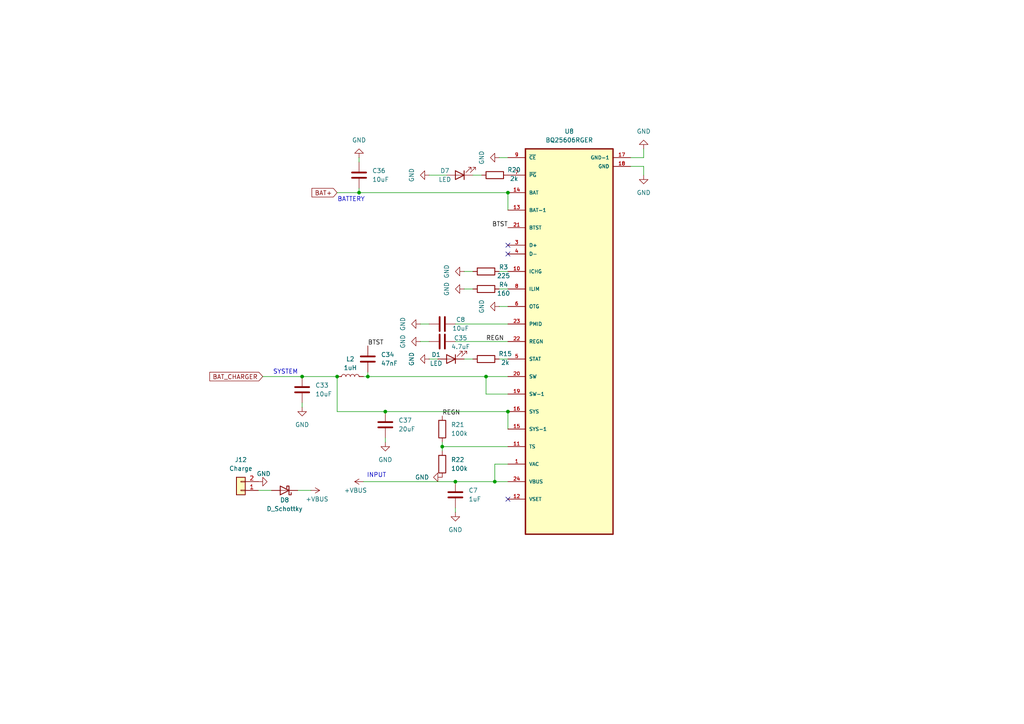
<source format=kicad_sch>
(kicad_sch (version 20250114) (generator "eeschema") (generator_version "9.0")
  (paper "A4")
  (lib_symbols
    (symbol "Connector_Generic:Conn_01x02" (pin_names (offset 1.016) (hide yes))
      (property "Reference" "J" (at 0 2.54 0))
      (property "Value" "Conn_01x02" (at 0 -5.08 0))
      (symbol "Conn_01x02_1_1"
        (rectangle (start -1.27 1.27) (end 1.27 -3.81) (stroke (width 0.254)) (fill (type background)))
        (rectangle (start -1.27 0.127) (end 0 -0.127) (stroke (width 0.1524)))
        (rectangle (start -1.27 -2.413) (end 0 -2.667) (stroke (width 0.1524)))
        (pin passive line (at -5.08 0 0) (length 3.81) (name "Pin_1") (number "1"))
        (pin passive line (at -5.08 -2.54 0) (length 3.81) (name "Pin_2") (number "2"))
      )
    )
    (symbol "Device:C" (pin_numbers (hide yes)) (pin_names (offset 0.254))
      (property "Reference" "C" (at 0.635 2.54 0))
      (property "Value" "C" (at 0.635 -2.54 0))
      (symbol "C_0_1"
        (polyline (pts (xy -2.032 0.762) (xy 2.032 0.762)) (stroke (width 0.508)))
        (polyline (pts (xy -2.032 -0.762) (xy 2.032 -0.762)) (stroke (width 0.508)))
      )
      (symbol "C_1_1"
        (pin passive line (at 0 3.81 270) (length 2.794) (name "~") (number "1"))
        (pin passive line (at 0 -3.81 90) (length 2.794) (name "~") (number "2"))
      )
    )
    (symbol "Device:D_Schottky" (pin_numbers (hide yes)) (pin_names (offset 1.016) (hide yes))
      (property "Reference" "D" (at 0 2.54 0))
      (property "Value" "D_Schottky" (at 0 -2.54 0))
      (symbol "D_Schottky_0_1"
        (polyline (pts (xy -1.905 0.635) (xy -1.905 1.27) (xy -1.27 1.27) (xy -1.27 -1.27) (xy -0.635 -1.27) (xy -0.635 -0.635)) (stroke (width 0.254)))
        (polyline (pts (xy 1.27 1.27) (xy 1.27 -1.27) (xy -1.27 0) (xy 1.27 1.27)) (stroke (width 0.254)))
        (polyline (pts (xy 1.27 0) (xy -1.27 0)))
      )
      (symbol "D_Schottky_1_1"
        (pin passive line (at -3.81 0 0) (length 2.54) (name "K") (number "1"))
        (pin passive line (at 3.81 0 180) (length 2.54) (name "A") (number "2"))
      )
    )
    (symbol "Device:L" (pin_numbers (hide yes)) (pin_names (offset 1.016) (hide yes))
      (property "Reference" "L" (at -1.27 0 90))
      (property "Value" "L" (at 1.905 0 90))
      (symbol "L_0_1"
        (arc (start 0 2.54) (mid 0.6323 1.905) (end 0 1.27))
        (arc (start 0 1.27) (mid 0.6323 0.635) (end 0 0))
        (arc (start 0 0) (mid 0.6323 -0.635) (end 0 -1.27))
        (arc (start 0 -1.27) (mid 0.6323 -1.905) (end 0 -2.54))
      )
      (symbol "L_1_1"
        (pin passive line (at 0 3.81 270) (length 1.27) (name "1") (number "1"))
        (pin passive line (at 0 -3.81 90) (length 1.27) (name "2") (number "2"))
      )
    )
    (symbol "Device:LED" (pin_numbers (hide yes)) (pin_names (offset 1.016) (hide yes))
      (property "Reference" "D" (at 0 2.54 0))
      (property "Value" "LED" (at 0 -2.54 0))
      (symbol "LED_0_1"
        (polyline (pts (xy -3.048 -0.762) (xy -4.572 -2.286) (xy -3.81 -2.286) (xy -4.572 -2.286) (xy -4.572 -1.524)))
        (polyline (pts (xy -1.778 -0.762) (xy -3.302 -2.286) (xy -2.54 -2.286) (xy -3.302 -2.286) (xy -3.302 -1.524)))
        (polyline (pts (xy -1.27 0) (xy 1.27 0)))
        (polyline (pts (xy -1.27 -1.27) (xy -1.27 1.27)) (stroke (width 0.254)))
        (polyline (pts (xy 1.27 -1.27) (xy 1.27 1.27) (xy -1.27 0) (xy 1.27 -1.27)) (stroke (width 0.254)))
      )
      (symbol "LED_1_1"
        (pin passive line (at -3.81 0 0) (length 2.54) (name "K") (number "1"))
        (pin passive line (at 3.81 0 180) (length 2.54) (name "A") (number "2"))
      )
    )
    (symbol "Device:R" (pin_numbers (hide yes)) (pin_names (offset 0))
      (property "Reference" "R" (at 2.032 0 90))
      (property "Value" "R" (at 0 0 90))
      (symbol "R_0_1"
        (rectangle (start -1.016 -2.54) (end 1.016 2.54) (stroke (width 0.254)))
      )
      (symbol "R_1_1"
        (pin passive line (at 0 3.81 270) (length 1.27) (name "~") (number "1"))
        (pin passive line (at 0 -3.81 90) (length 1.27) (name "~") (number "2"))
      )
    )
    (symbol "SRAD-Avionics:BQ25606RGER" (pin_names (offset 1.016))
      (property "Reference" "U" (at -12.7 56.88 0))
      (property "Value" "BQ25606RGER" (at -12.7 -59.88 0))
      (symbol "BQ25606RGER_0_0"
        (rectangle (start -12.7 -55.88) (end 12.7 55.88) (stroke (width 0.41)) (fill (type background)))
        (pin bidirectional line (at -17.78 53.34 0) (length 5.08) (name "~{CE}") (number "9"))
        (pin bidirectional line (at -17.78 48.26 0) (length 5.08) (name "~{PG}") (number "7"))
        (pin bidirectional line (at -17.78 43.18 0) (length 5.08) (name "BAT") (number "14"))
        (pin bidirectional line (at -17.78 38.1 0) (length 5.08) (name "BAT-1") (number "13"))
        (pin bidirectional line (at -17.78 33.02 0) (length 5.08) (name "BTST") (number "21"))
        (pin bidirectional line (at -17.78 27.94 0) (length 5.08) (name "D+") (number "3"))
        (pin bidirectional line (at -17.78 25.4 0) (length 5.08) (name "D-") (number "4"))
        (pin bidirectional line (at -17.78 20.32 0) (length 5.08) (name "ICHG") (number "10"))
        (pin bidirectional line (at -17.78 15.24 0) (length 5.08) (name "ILIM") (number "8"))
        (pin bidirectional line (at -17.78 10.16 0) (length 5.08) (name "OTG") (number "6"))
        (pin bidirectional line (at -17.78 5.08 0) (length 5.08) (name "PMID") (number "23"))
        (pin bidirectional line (at -17.78 0 0) (length 5.08) (name "REGN") (number "22"))
        (pin bidirectional line (at -17.78 -5.08 0) (length 5.08) (name "STAT") (number "5"))
        (pin bidirectional line (at -17.78 -10.16 0) (length 5.08) (name "SW") (number "20"))
        (pin bidirectional line (at -17.78 -15.24 0) (length 5.08) (name "SW-1") (number "19"))
        (pin bidirectional line (at -17.78 -20.32 0) (length 5.08) (name "SYS") (number "16"))
        (pin bidirectional line (at -17.78 -25.4 0) (length 5.08) (name "SYS-1") (number "15"))
        (pin bidirectional line (at -17.78 -30.48 0) (length 5.08) (name "TS") (number "11"))
        (pin bidirectional line (at -17.78 -35.56 0) (length 5.08) (name "VAC") (number "1"))
        (pin bidirectional line (at -17.78 -40.64 0) (length 5.08) (name "VBUS") (number "24"))
        (pin bidirectional line (at -17.78 -45.72 0) (length 5.08) (name "VSET") (number "12"))
        (pin power_in line (at 17.78 53.34 180) (length 5.08) (name "GND-1") (number "17"))
        (pin power_in line (at 17.78 50.8 180) (length 5.08) (name "GND") (number "18"))
      )
    )
    (symbol "power:+5V" (power) (pin_numbers (hide yes)) (pin_names (offset 0) (hide yes))
      (property "Value" "+5V" (at 0 3.556 0))
      (symbol "+5V_0_1"
        (polyline (pts (xy -0.762 1.27) (xy 0 2.54)))
        (polyline (pts (xy 0 2.54) (xy 0.762 1.27)))
        (polyline (pts (xy 0 0) (xy 0 2.54)))
      )
      (symbol "+5V_1_1"
        (pin power_in line (at 0 0 90) (length 0) (name "~") (number "1"))
      )
    )
    (symbol "power:GND" (power) (pin_numbers (hide yes)) (pin_names (offset 0) (hide yes))
      (property "Value" "GND" (at 0 -3.81 0))
      (symbol "GND_0_1"
        (polyline (pts (xy 0 0) (xy 0 -1.27) (xy 1.27 -1.27) (xy 0 -2.54) (xy -1.27 -1.27) (xy 0 -1.27)))
      )
      (symbol "GND_1_1"
        (pin power_in line (at 0 0 270) (length 0) (name "~") (number "1"))
      )
    )
  )
  (text "INPUT" (at 109.22 137.922 0) (effects (font (size 1.27 1.27))))
  (text "SYSTEM" (at 82.804 107.95 0) (effects (font (size 1.27 1.27))))
  (text "BATTERY" (at 101.854 57.912 0) (effects (font (size 1.27 1.27))))
  (junction (at 147.32 119.38))
  (junction (at 104.14 55.88))
  (junction (at 128.27 129.54))
  (junction (at 87.63 109.22))
  (junction (at 140.97 109.22))
  (junction (at 97.79 109.22))
  (junction (at 143.51 139.7))
  (junction (at 132.08 139.7))
  (junction (at 106.68 109.22))
  (junction (at 147.32 55.88))
  (junction (at 111.76 119.38))
  (no_connect (at 147.32 144.78))
  (no_connect (at 147.32 73.66))
  (no_connect (at 147.32 71.12))
  (wire (pts (xy 140.97 109.22) (xy 147.32 109.22)))
  (wire (pts (xy 104.14 54.61) (xy 104.14 55.88)))
  (wire (pts (xy 143.51 139.7) (xy 147.32 139.7)))
  (wire (pts (xy 140.97 114.3) (xy 140.97 109.22)))
  (wire (pts (xy 104.14 55.88) (xy 147.32 55.88)))
  (wire (pts (xy 121.92 99.06) (xy 124.46 99.06)))
  (wire (pts (xy 121.92 93.98) (xy 124.46 93.98)))
  (wire (pts (xy 144.78 45.72) (xy 147.32 45.72)))
  (wire (pts (xy 132.08 99.06) (xy 147.32 99.06)))
  (wire (pts (xy 124.46 104.14) (xy 127 104.14)))
  (wire (pts (xy 147.32 60.96) (xy 147.32 55.88)))
  (wire (pts (xy 76.2 109.22) (xy 87.63 109.22)))
  (wire (pts (xy 111.76 128.27) (xy 111.76 127)))
  (wire (pts (xy 87.63 109.22) (xy 97.79 109.22)))
  (wire (pts (xy 86.36 142.24) (xy 90.17 142.24)))
  (wire (pts (xy 143.51 134.62) (xy 143.51 139.7)))
  (wire (pts (xy 144.78 104.14) (xy 147.32 104.14)))
  (wire (pts (xy 106.68 109.22) (xy 140.97 109.22)))
  (wire (pts (xy 132.08 139.7) (xy 143.51 139.7)))
  (wire (pts (xy 104.14 45.72) (xy 104.14 46.99)))
  (wire (pts (xy 106.68 107.95) (xy 106.68 109.22)))
  (wire (pts (xy 97.79 119.38) (xy 97.79 109.22)))
  (wire (pts (xy 147.32 134.62) (xy 143.51 134.62)))
  (wire (pts (xy 105.41 139.7) (xy 132.08 139.7)))
  (wire (pts (xy 134.62 104.14) (xy 137.16 104.14)))
  (wire (pts (xy 74.93 142.24) (xy 78.74 142.24)))
  (wire (pts (xy 132.08 93.98) (xy 147.32 93.98)))
  (wire (pts (xy 97.79 55.88) (xy 104.14 55.88)))
  (wire (pts (xy 186.69 48.26) (xy 186.69 50.8)))
  (wire (pts (xy 97.79 119.38) (xy 111.76 119.38)))
  (wire (pts (xy 128.27 129.54) (xy 128.27 128.27)))
  (wire (pts (xy 182.88 45.72) (xy 186.69 45.72)))
  (wire (pts (xy 134.62 83.82) (xy 137.16 83.82)))
  (wire (pts (xy 186.69 45.72) (xy 186.69 43.18)))
  (wire (pts (xy 144.78 88.9) (xy 147.32 88.9)))
  (wire (pts (xy 128.27 129.54) (xy 147.32 129.54)))
  (wire (pts (xy 87.63 118.11) (xy 87.63 116.84)))
  (wire (pts (xy 182.88 48.26) (xy 186.69 48.26)))
  (wire (pts (xy 124.46 50.8) (xy 129.54 50.8)))
  (wire (pts (xy 137.16 50.8) (xy 139.7 50.8)))
  (wire (pts (xy 147.32 119.38) (xy 147.32 124.46)))
  (wire (pts (xy 144.78 78.74) (xy 147.32 78.74)))
  (wire (pts (xy 144.78 83.82) (xy 147.32 83.82)))
  (wire (pts (xy 111.76 119.38) (xy 147.32 119.38)))
  (wire (pts (xy 134.62 78.74) (xy 137.16 78.74)))
  (wire (pts (xy 132.08 148.59) (xy 132.08 147.32)))
  (wire (pts (xy 105.41 109.22) (xy 106.68 109.22)))
  (wire (pts (xy 147.32 114.3) (xy 140.97 114.3)))
  (wire (pts (xy 128.27 130.81) (xy 128.27 129.54)))
  (label "BTST" (at 106.68 100.33 0))
  (label "REGN" (at 140.97 99.06 0))
  (label "BTST" (at 147.32 66.04 180))
  (label "REGN" (at 128.27 120.65 0))
  (global_label "BAT_CHARGER" (shape input) (at 76.2 109.22 180) (property "Intersheetrefs" "${INTERSHEET_REFS}" (effects (hide yes))))
  (global_label "BAT+" (shape input) (at 97.79 55.88 180) (property "Intersheetrefs" "${INTERSHEET_REFS}" (effects (hide yes))))
  (symbol (lib_id "Device:R") (at 128.27 124.46 0) (unit 1)
    (property "Reference" "R21" (at 130.81 123.1899 0) (effects (justify left)))
    (property "Value" "100k" (at 130.81 125.7299 0) (effects (justify left)))
    (property "Description" "Resistor" (effects (hide yes)))
  )
  (symbol (lib_id "power:GND") (at 134.62 83.82 270) (unit 1)
    (property "Reference" "#PWR065" (effects (hide yes)))
    (property "Value" "GND" (at 129.54 83.82 0))
    (property "Description" "Power symbol creates a global label with name \"GND\" , ground" (effects (hide yes)))
  )
  (symbol (lib_id "Device:D_Schottky") (at 82.55 142.24 180) (unit 1)
    (property "Reference" "D8" (at 82.55 145.034 0))
    (property "Value" "D_Schottky" (at 82.55 147.574 0))
    (property "Description" "Schottky diode" (effects (hide yes)))
  )
  (symbol (lib_id "power:GND") (at 121.92 99.06 270) (unit 1)
    (property "Reference" "#PWR090" (effects (hide yes)))
    (property "Value" "GND" (at 116.84 99.06 0))
    (property "Description" "Power symbol creates a global label with name \"GND\" , ground" (effects (hide yes)))
  )
  (symbol (lib_id "Device:R") (at 140.97 104.14 270) (unit 1)
    (property "Reference" "R15" (at 146.558 102.616 90))
    (property "Value" "2k" (at 146.558 105.156 90))
    (property "Description" "Resistor" (effects (hide yes)))
  )
  (symbol (lib_id "power:GND") (at 144.78 88.9 270) (unit 1)
    (property "Reference" "#PWR066" (effects (hide yes)))
    (property "Value" "GND" (at 139.7 88.9 0))
    (property "Description" "Power symbol creates a global label with name \"GND\" , ground" (effects (hide yes)))
  )
  (symbol (lib_id "power:+5V") (at 90.17 142.24 270) (unit 1)
    (property "Reference" "#PWR0103" (effects (hide yes)))
    (property "Value" "+VBUS" (at 91.948 144.78 90))
    (property "Description" "Power symbol creates a global label with name \"+5V\"" (effects (hide yes)))
  )
  (symbol (lib_id "SRAD-Avionics:BQ25606RGER") (at 165.1 99.06 0) (unit 1)
    (property "Reference" "U8" (at 165.1 38.1 0))
    (property "Value" "BQ25606RGER" (at 165.1 40.64 0))
    (property "Footprint" "BQ25606RGER:QFN50P400X400X100-25N" (effects (hide yes)))
  )
  (symbol (lib_id "power:GND") (at 144.78 45.72 270) (unit 1)
    (property "Reference" "#PWR064" (effects (hide yes)))
    (property "Value" "GND" (at 139.7 45.72 0))
    (property "Description" "Power symbol creates a global label with name \"GND\" , ground" (effects (hide yes)))
  )
  (symbol (lib_id "Device:R") (at 140.97 83.82 90) (unit 1)
    (property "Reference" "R4" (at 146.05 82.55 90))
    (property "Value" "160" (at 146.05 85.09 90))
    (property "Description" "Resistor" (effects (hide yes)))
  )
  (symbol (lib_id "power:GND") (at 128.27 138.43 270) (unit 1)
    (property "Reference" "#PWR0102" (effects (hide yes)))
    (property "Value" "GND" (at 124.46 138.4299 90) (effects (justify right)))
    (property "Description" "Power symbol creates a global label with name \"GND\" , ground" (effects (hide yes)))
  )
  (symbol (lib_id "power:GND") (at 134.62 78.74 270) (unit 1)
    (property "Reference" "#PWR015" (effects (hide yes)))
    (property "Value" "GND" (at 129.54 78.74 0))
    (property "Description" "Power symbol creates a global label with name \"GND\" , ground" (effects (hide yes)))
  )
  (symbol (lib_id "Device:LED") (at 130.81 104.14 180) (unit 1)
    (property "Reference" "D1" (at 126.492 102.87 0))
    (property "Value" "LED" (at 126.492 105.41 0))
    (property "Description" "Light emitting diode" (effects (hide yes)))
    (property "Sim.Pins" "1=K 2=A" (effects (hide yes)))
  )
  (symbol (lib_id "power:GND") (at 132.08 148.59 0) (unit 1)
    (property "Reference" "#PWR071" (effects (hide yes)))
    (property "Value" "GND" (at 132.08 153.67 0))
    (property "Description" "Power symbol creates a global label with name \"GND\" , ground" (effects (hide yes)))
  )
  (symbol (lib_id "power:GND") (at 111.76 128.27 0) (unit 1)
    (property "Reference" "#PWR070" (effects (hide yes)))
    (property "Value" "GND" (at 111.76 133.35 0))
    (property "Description" "Power symbol creates a global label with name \"GND\" , ground" (effects (hide yes)))
  )
  (symbol (lib_id "Device:LED") (at 133.35 50.8 180) (unit 1)
    (property "Reference" "D7" (at 129.032 49.53 0))
    (property "Value" "LED" (at 129.032 52.07 0))
    (property "Description" "Light emitting diode" (effects (hide yes)))
    (property "Sim.Pins" "1=K 2=A" (effects (hide yes)))
  )
  (symbol (lib_id "power:GND") (at 186.69 43.18 180) (unit 1)
    (property "Reference" "#PWR068" (effects (hide yes)))
    (property "Value" "GND" (at 186.69 38.1 0))
    (property "Description" "Power symbol creates a global label with name \"GND\" , ground" (effects (hide yes)))
  )
  (symbol (lib_id "Device:C") (at 128.27 99.06 270) (unit 1)
    (property "Reference" "C35" (at 133.604 98.044 90))
    (property "Value" "4.7uF" (at 133.604 100.584 90))
    (property "Description" "Unpolarized capacitor" (effects (hide yes)))
  )
  (symbol (lib_id "Device:C") (at 132.08 143.51 0) (unit 1)
    (property "Reference" "C7" (at 135.89 142.2399 0) (effects (justify left)))
    (property "Value" "1uF" (at 135.89 144.7799 0) (effects (justify left)))
    (property "Description" "Unpolarized capacitor" (effects (hide yes)))
  )
  (symbol (lib_id "power:GND") (at 124.46 104.14 270) (unit 1)
    (property "Reference" "#PWR069" (effects (hide yes)))
    (property "Value" "GND" (at 119.38 104.14 0))
    (property "Description" "Power symbol creates a global label with name \"GND\" , ground" (effects (hide yes)))
  )
  (symbol (lib_id "power:GND") (at 74.93 139.7 90) (unit 1)
    (property "Reference" "#PWR0104" (effects (hide yes)))
    (property "Value" "GND" (at 74.422 137.414 90) (effects (justify right)))
    (property "Description" "Power symbol creates a global label with name \"GND\" , ground" (effects (hide yes)))
  )
  (symbol (lib_id "Device:R") (at 143.51 50.8 270) (unit 1)
    (property "Reference" "R20" (at 149.098 49.276 90))
    (property "Value" "2k" (at 149.098 51.816 90))
    (property "Description" "Resistor" (effects (hide yes)))
  )
  (symbol (lib_id "Device:C") (at 87.63 113.03 0) (unit 1)
    (property "Reference" "C33" (at 91.44 111.7599 0) (effects (justify left)))
    (property "Value" "10uF" (at 91.44 114.2999 0) (effects (justify left)))
    (property "Description" "Unpolarized capacitor" (effects (hide yes)))
  )
  (symbol (lib_id "Device:C") (at 128.27 93.98 90) (unit 1)
    (property "Reference" "C8" (at 133.604 92.71 90))
    (property "Value" "10uF" (at 133.604 95.25 90))
    (property "Description" "Unpolarized capacitor" (effects (hide yes)))
  )
  (symbol (lib_id "Device:C") (at 104.14 50.8 180) (unit 1)
    (property "Reference" "C36" (at 107.95 49.5299 0) (effects (justify right)))
    (property "Value" "10uF" (at 107.95 52.0699 0) (effects (justify right)))
    (property "Description" "Unpolarized capacitor" (effects (hide yes)))
  )
  (symbol (lib_id "Device:R") (at 140.97 78.74 90) (unit 1)
    (property "Reference" "R3" (at 146.05 77.47 90))
    (property "Value" "225" (at 146.05 80.01 90))
    (property "Description" "Resistor" (effects (hide yes)))
  )
  (symbol (lib_id "power:+5V") (at 105.41 139.7 90) (unit 1)
    (property "Reference" "#PWR076" (effects (hide yes)))
    (property "Value" "+VBUS" (at 103.124 142.24 90))
    (property "Description" "Power symbol creates a global label with name \"+5V\"" (effects (hide yes)))
  )
  (symbol (lib_id "Device:L") (at 101.6 109.22 90) (unit 1)
    (property "Reference" "L2" (at 101.6 104.14 90))
    (property "Value" "1uH" (at 101.6 106.68 90))
    (property "Description" "Inductor" (effects (hide yes)))
  )
  (symbol (lib_id "power:GND") (at 104.14 45.72 180) (unit 1)
    (property "Reference" "#PWR063" (effects (hide yes)))
    (property "Value" "GND" (at 104.14 40.64 0))
    (property "Description" "Power symbol creates a global label with name \"GND\" , ground" (effects (hide yes)))
  )
  (symbol (lib_id "Device:C") (at 106.68 104.14 0) (unit 1)
    (property "Reference" "C34" (at 110.49 102.8699 0) (effects (justify left)))
    (property "Value" "47nF" (at 110.49 105.4099 0) (effects (justify left)))
    (property "Description" "Unpolarized capacitor" (effects (hide yes)))
  )
  (symbol (lib_id "power:GND") (at 87.63 118.11 0) (unit 1)
    (property "Reference" "#PWR011" (effects (hide yes)))
    (property "Value" "GND" (at 87.63 123.19 0))
    (property "Description" "Power symbol creates a global label with name \"GND\" , ground" (effects (hide yes)))
  )
  (symbol (lib_id "Connector_Generic:Conn_01x02") (at 69.85 142.24 180) (unit 1)
    (property "Reference" "J12" (at 69.85 133.35 0))
    (property "Value" "Charge" (at 69.85 135.89 0))
    (property "Description" "Generic connector, single row, 01x02, script generated (kicad-library-utils/schlib/autogen/connector/)" (effects (hide yes)))
  )
  (symbol (lib_id "power:GND") (at 124.46 50.8 270) (unit 1)
    (property "Reference" "#PWR067" (effects (hide yes)))
    (property "Value" "GND" (at 119.38 50.8 0))
    (property "Description" "Power symbol creates a global label with name \"GND\" , ground" (effects (hide yes)))
  )
  (symbol (lib_id "Device:C") (at 111.76 123.19 0) (unit 1)
    (property "Reference" "C37" (at 115.57 121.9199 0) (effects (justify left)))
    (property "Value" "20uF" (at 115.57 124.4599 0) (effects (justify left)))
    (property "Description" "Unpolarized capacitor" (effects (hide yes)))
  )
  (symbol (lib_id "power:GND") (at 186.69 50.8 0) (unit 1)
    (property "Reference" "#PWR014" (effects (hide yes)))
    (property "Value" "GND" (at 186.69 55.88 0))
    (property "Description" "Power symbol creates a global label with name \"GND\" , ground" (effects (hide yes)))
  )
  (symbol (lib_id "Device:R") (at 128.27 134.62 0) (unit 1)
    (property "Reference" "R22" (at 130.81 133.3499 0) (effects (justify left)))
    (property "Value" "100k" (at 130.81 135.8899 0) (effects (justify left)))
    (property "Description" "Resistor" (effects (hide yes)))
  )
  (symbol (lib_id "power:GND") (at 121.92 93.98 270) (unit 1)
    (property "Reference" "#PWR013" (effects (hide yes)))
    (property "Value" "GND" (at 116.84 93.98 0))
    (property "Description" "Power symbol creates a global label with name \"GND\" , ground" (effects (hide yes)))
  )
)
</source>
